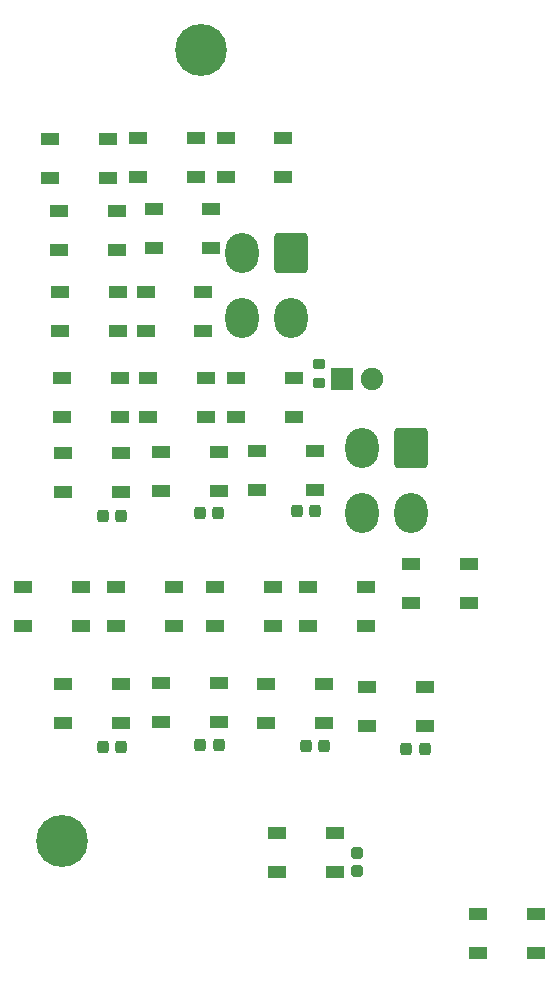
<source format=gbr>
%TF.GenerationSoftware,KiCad,Pcbnew,(6.0.9)*%
%TF.CreationDate,2022-12-26T19:48:23-09:00*%
%TF.ProjectId,PCB_ LDG WING FOLD PLACARD,5043422c-204c-4444-9720-57494e472046,rev?*%
%TF.SameCoordinates,Original*%
%TF.FileFunction,Soldermask,Top*%
%TF.FilePolarity,Negative*%
%FSLAX46Y46*%
G04 Gerber Fmt 4.6, Leading zero omitted, Abs format (unit mm)*
G04 Created by KiCad (PCBNEW (6.0.9)) date 2022-12-26 19:48:23*
%MOMM*%
%LPD*%
G01*
G04 APERTURE LIST*
G04 Aperture macros list*
%AMRoundRect*
0 Rectangle with rounded corners*
0 $1 Rounding radius*
0 $2 $3 $4 $5 $6 $7 $8 $9 X,Y pos of 4 corners*
0 Add a 4 corners polygon primitive as box body*
4,1,4,$2,$3,$4,$5,$6,$7,$8,$9,$2,$3,0*
0 Add four circle primitives for the rounded corners*
1,1,$1+$1,$2,$3*
1,1,$1+$1,$4,$5*
1,1,$1+$1,$6,$7*
1,1,$1+$1,$8,$9*
0 Add four rect primitives between the rounded corners*
20,1,$1+$1,$2,$3,$4,$5,0*
20,1,$1+$1,$4,$5,$6,$7,0*
20,1,$1+$1,$6,$7,$8,$9,0*
20,1,$1+$1,$8,$9,$2,$3,0*%
G04 Aperture macros list end*
%ADD10RoundRect,0.250000X0.275000X-0.200000X0.275000X0.200000X-0.275000X0.200000X-0.275000X-0.200000X0*%
%ADD11RoundRect,0.300001X1.099999X1.399999X-1.099999X1.399999X-1.099999X-1.399999X1.099999X-1.399999X0*%
%ADD12O,2.800000X3.400000*%
%ADD13RoundRect,0.050000X-0.750000X-0.450000X0.750000X-0.450000X0.750000X0.450000X-0.750000X0.450000X0*%
%ADD14RoundRect,0.050000X-0.900000X-0.900000X0.900000X-0.900000X0.900000X0.900000X-0.900000X0.900000X0*%
%ADD15C,1.900000*%
%ADD16RoundRect,0.275000X-0.225000X-0.250000X0.225000X-0.250000X0.225000X0.250000X-0.225000X0.250000X0*%
%ADD17RoundRect,0.275000X-0.250000X0.225000X-0.250000X-0.225000X0.250000X-0.225000X0.250000X0.225000X0*%
%ADD18C,4.400000*%
G04 APERTURE END LIST*
D10*
%TO.C,R1*%
X174030000Y-57232500D03*
X174030000Y-55582500D03*
%TD*%
D11*
%TO.C,J2*%
X181864000Y-62738000D03*
D12*
X177664000Y-62738000D03*
X181864000Y-68238000D03*
X177664000Y-68238000D03*
%TD*%
D11*
%TO.C,J1*%
X171704000Y-46228000D03*
D12*
X167504000Y-46228000D03*
X171704000Y-51728000D03*
X167504000Y-51728000D03*
%TD*%
D13*
%TO.C,D25*%
X187500000Y-102150000D03*
X187500000Y-105450000D03*
X192400000Y-105450000D03*
X192400000Y-102150000D03*
%TD*%
%TO.C,D24*%
X170525000Y-95300000D03*
X170525000Y-98600000D03*
X175425000Y-98600000D03*
X175425000Y-95300000D03*
%TD*%
%TO.C,D23*%
X178125000Y-82975000D03*
X178125000Y-86275000D03*
X183025000Y-86275000D03*
X183025000Y-82975000D03*
%TD*%
%TO.C,D22*%
X169600000Y-82725000D03*
X169600000Y-86025000D03*
X174500000Y-86025000D03*
X174500000Y-82725000D03*
%TD*%
%TO.C,D21*%
X160675000Y-82650000D03*
X160675000Y-85950000D03*
X165575000Y-85950000D03*
X165575000Y-82650000D03*
%TD*%
%TO.C,D20*%
X152425000Y-82725000D03*
X152425000Y-86025000D03*
X157325000Y-86025000D03*
X157325000Y-82725000D03*
%TD*%
%TO.C,D19*%
X181825000Y-72550000D03*
X181825000Y-75850000D03*
X186725000Y-75850000D03*
X186725000Y-72550000D03*
%TD*%
%TO.C,D18*%
X173150000Y-74525000D03*
X173150000Y-77825000D03*
X178050000Y-77825000D03*
X178050000Y-74525000D03*
%TD*%
%TO.C,D17*%
X165250000Y-74500000D03*
X165250000Y-77800000D03*
X170150000Y-77800000D03*
X170150000Y-74500000D03*
%TD*%
%TO.C,D16*%
X156900000Y-74475000D03*
X156900000Y-77775000D03*
X161800000Y-77775000D03*
X161800000Y-74475000D03*
%TD*%
%TO.C,D15*%
X148975000Y-74500000D03*
X148975000Y-77800000D03*
X153875000Y-77800000D03*
X153875000Y-74500000D03*
%TD*%
%TO.C,D14*%
X168850000Y-63000000D03*
X168850000Y-66300000D03*
X173750000Y-66300000D03*
X173750000Y-63000000D03*
%TD*%
%TO.C,D13*%
X160650000Y-63050000D03*
X160650000Y-66350000D03*
X165550000Y-66350000D03*
X165550000Y-63050000D03*
%TD*%
%TO.C,D12*%
X152425000Y-63150000D03*
X152425000Y-66450000D03*
X157325000Y-66450000D03*
X157325000Y-63150000D03*
%TD*%
%TO.C,D11*%
X167000000Y-56800000D03*
X167000000Y-60100000D03*
X171900000Y-60100000D03*
X171900000Y-56800000D03*
%TD*%
%TO.C,D10*%
X159575000Y-56800000D03*
X159575000Y-60100000D03*
X164475000Y-60100000D03*
X164475000Y-56800000D03*
%TD*%
%TO.C,D9*%
X152300000Y-56800000D03*
X152300000Y-60100000D03*
X157200000Y-60100000D03*
X157200000Y-56800000D03*
%TD*%
%TO.C,D8*%
X159375000Y-49500000D03*
X159375000Y-52800000D03*
X164275000Y-52800000D03*
X164275000Y-49500000D03*
%TD*%
%TO.C,D7*%
X152100000Y-49525000D03*
X152100000Y-52825000D03*
X157000000Y-52825000D03*
X157000000Y-49525000D03*
%TD*%
%TO.C,D6*%
X160050000Y-42450000D03*
X160050000Y-45750000D03*
X164950000Y-45750000D03*
X164950000Y-42450000D03*
%TD*%
%TO.C,D5*%
X152025000Y-42625000D03*
X152025000Y-45925000D03*
X156925000Y-45925000D03*
X156925000Y-42625000D03*
%TD*%
%TO.C,D4*%
X166150000Y-36500000D03*
X166150000Y-39800000D03*
X171050000Y-39800000D03*
X171050000Y-36500000D03*
%TD*%
%TO.C,D3*%
X158750000Y-36500000D03*
X158750000Y-39800000D03*
X163650000Y-39800000D03*
X163650000Y-36500000D03*
%TD*%
%TO.C,D2*%
X151300000Y-36525000D03*
X151300000Y-39825000D03*
X156200000Y-39825000D03*
X156200000Y-36525000D03*
%TD*%
D14*
%TO.C,D1*%
X176022000Y-56896000D03*
D15*
X178562000Y-56896000D03*
%TD*%
D16*
%TO.C,C9*%
X181447500Y-88200000D03*
X182997500Y-88200000D03*
%TD*%
D17*
%TO.C,C8*%
X177300000Y-97015000D03*
X177300000Y-98565000D03*
%TD*%
D16*
%TO.C,C7*%
X172927500Y-87960000D03*
X174477500Y-87960000D03*
%TD*%
%TO.C,C6*%
X164007500Y-87880000D03*
X165557500Y-87880000D03*
%TD*%
%TO.C,C5*%
X172207500Y-68050000D03*
X173757500Y-68050000D03*
%TD*%
%TO.C,C4*%
X163997500Y-68190000D03*
X165547500Y-68190000D03*
%TD*%
%TO.C,C3*%
X155762500Y-68450000D03*
X157312500Y-68450000D03*
%TD*%
%TO.C,C2*%
X155762500Y-88000000D03*
X157312500Y-88000000D03*
%TD*%
D18*
%TO.C,REF\u002A\u002A*%
X152291948Y-95977061D03*
%TD*%
%TO.C,REF\u002A\u002A*%
X164039448Y-28984561D03*
%TD*%
M02*

</source>
